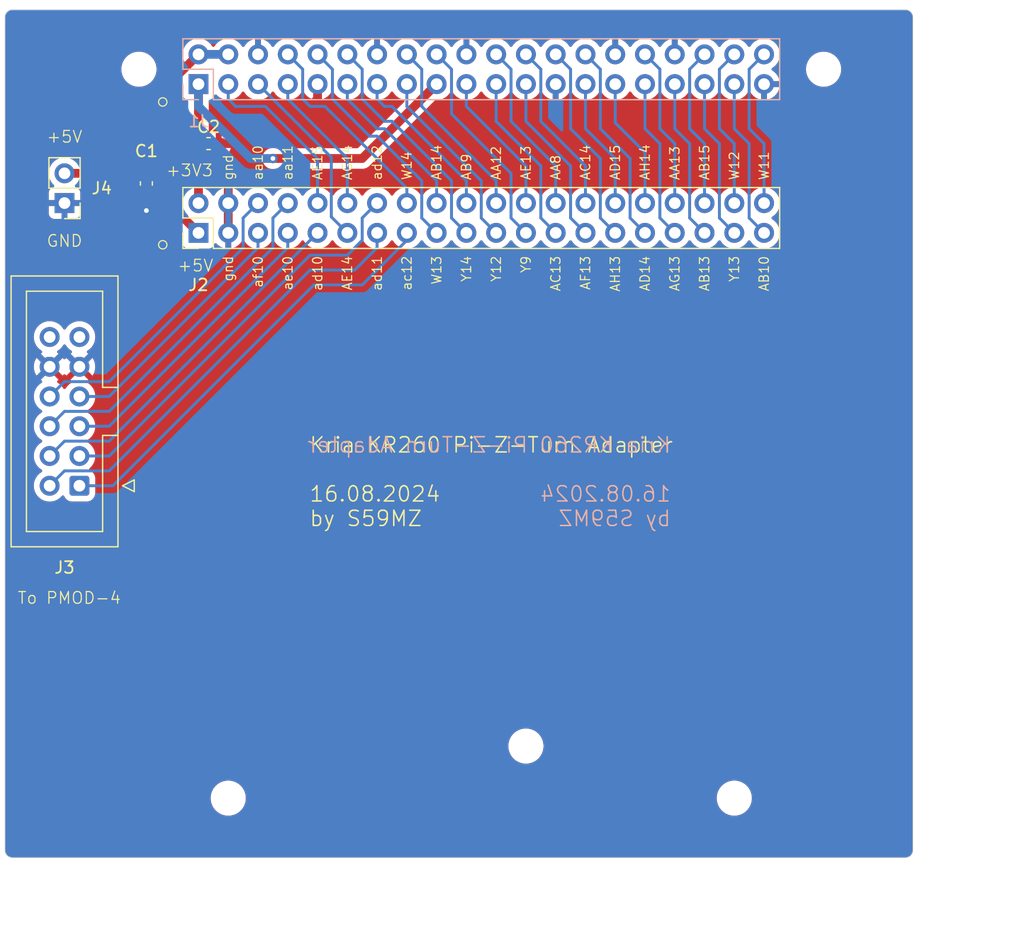
<source format=kicad_pcb>
(kicad_pcb (version 20221018) (generator pcbnew)
  (title_block (title "KRIA KR260 - Pi - Z - Turn Adapter") (date "2024-08-16") (rev "1.0") (company "S59MZ"))
  (layers (0 "F.Cu" signal) (31 "B.Cu" signal) (34 "B.Paste" user) (35 "F.Paste" user) (36 "B.SilkS" user "B.Silkscreen") (37 "F.SilkS" user "F.Silkscreen") (38 "B.Mask" user) (39 "F.Mask" user) (44 "Edge.Cuts" user))
  (net 0 "")
  (net 1 "+5V")
  (net 2 "GND")
  (net 3 "+3.3V")
  (net 4 "/ae15")
  (net 5 "/ae14")
  (net 6 "/ag14")
  (net 7 "/w14")
  (net 8 "/w13")
  (net 9 "/ab14")
  (net 10 "/y14")
  (net 11 "/ab9")
  (net 12 "/y12")
  (net 13 "/aa12")
  (net 14 "/y9")
  (net 15 "/ae13")
  (net 16 "/ac13")
  (net 17 "/aa8")
  (net 18 "/af13")
  (net 19 "/ac14")
  (net 20 "/ah13")
  (net 21 "/ad15")
  (net 22 "/ad14")
  (net 23 "/ah14")
  (net 24 "/ag13")
  (net 25 "/aa13")
  (net 26 "/ab13")
  (net 27 "/y13")
  (net 28 "/ab15")
  (net 29 "/ab10")
  (net 30 "/w12")
  (net 31 "/w11")
  (net 32 "/af10")
  (net 33 "/aa10")
  (net 34 "/ae10")
  (net 35 "/aa11")
  (net 36 "/ad12")
  (net 37 "/ad10")
  (net 38 "/ac12")
  (net 39 "/ad11")
  (footprint "Capacitor_SMD:C_0603_1608Metric_Pad1.08x0.95mm_HandSolder" (layer "F.Cu") (at 102.4625 55.88)
    (fp_text reference "C2" (at 0 -1.43) (layer "F.SilkS"))
    (fp_text value "100n")
    (fp_line (start -0.146267 -0.51) (end 0.146267 -0.51) (stroke (width 0.12)) (layer "F.SilkS"))
    (fp_line (start -0.146267 0.51) (end 0.146267 0.51) (stroke (width 0.12)) (layer "F.SilkS"))
    (pad "1" smd roundrect (at -0.8625 0) (size 1.075 0.95) (layers "F.Cu" "F.Paste" "F.Mask") (net 3 "+3.3V"))
    (pad "2" smd roundrect (at 0.8625 0) (size 1.075 0.95) (layers "F.Cu" "F.Paste" "F.Mask") (net 2 "GND"))
  )
  (footprint "MountingHole:MountingHole_2.5mm" (layer "F.Cu") (at 154.94 49.53)
    (fp_text reference "H2" hide)
    (fp_text value "2.5")
    (pad "" np_thru_hole circle (at 0 0) (size 2.5 2.5) (drill 2.5) (layers "*.Cu" "*.Mask"))
  )
  (footprint "MountingHole:MountingHole_2.5mm" (layer "F.Cu") (at 104.14 111.76)
    (fp_text reference "H3" hide)
    (fp_text value "2.5")
    (pad "" np_thru_hole circle (at 0 0) (size 2.5 2.5) (drill 2.5) (layers "*.Cu" "*.Mask"))
  )
  (footprint "MountingHole:MountingHole_2.5mm" (layer "F.Cu") (at 96.52 49.53)
    (fp_text reference "H1" hide)
    (fp_text value "2.5")
    (pad "" np_thru_hole circle (at 0 0) (size 2.5 2.5) (drill 2.5) (layers "*.Cu" "*.Mask"))
  )
  (footprint "Capacitor_SMD:C_0603_1608Metric_Pad1.08x0.95mm_HandSolder" (layer "F.Cu") (at 97.155 59.2825 -90)
    (fp_text reference "C1" (at -2.7675 0) (layer "F.SilkS"))
    (fp_text value "100n")
    (fp_line (start -0.146267 -0.51) (end 0.146267 -0.51) (stroke (width 0.12)) (layer "F.SilkS"))
    (fp_line (start -0.146267 0.51) (end 0.146267 0.51) (stroke (width 0.12)) (layer "F.SilkS"))
    (pad "1" smd roundrect (at -0.8625 0 270) (size 1.075 0.95) (layers "F.Cu" "F.Paste" "F.Mask") (net 1 "+5V"))
    (pad "2" smd roundrect (at 0.8625 0 270) (size 1.075 0.95) (layers "F.Cu" "F.Paste" "F.Mask") (net 2 "GND"))
  )
  (footprint "Connector_PinHeader_2.54mm:PinHeader_1x02_P2.54mm_Vertical" (layer "F.Cu") (at 90.17 60.955 180)
    (fp_text reference "J4" (at -3.175 1.265) (layer "F.SilkS"))
    (fp_text value "+5V")
    (fp_line (start -1.33 -1.33) (end 0 -1.33) (stroke (width 0.12)) (layer "F.SilkS"))
    (fp_line (start -1.33 0) (end -1.33 -1.33) (stroke (width 0.12)) (layer "F.SilkS"))
    (fp_line (start -1.33 1.27) (end -1.33 3.87) (stroke (width 0.12)) (layer "F.SilkS"))
    (fp_line (start -1.33 1.27) (end 1.33 1.27) (stroke (width 0.12)) (layer "F.SilkS"))
    (fp_line (start -1.33 3.87) (end 1.33 3.87) (stroke (width 0.12)) (layer "F.SilkS"))
    (fp_line (start 1.33 1.27) (end 1.33 3.87) (stroke (width 0.12)) (layer "F.SilkS"))
    (pad "1" thru_hole rect (at 0 0 180) (size 1.7 1.7) (drill 1) (layers "*.Cu" "*.Mask") (net 2 "GND"))
    (pad "2" thru_hole oval (at 0 2.54 180) (size 1.7 1.7) (drill 1) (layers "*.Cu" "*.Mask") (net 1 "+5V"))
  )
  (footprint "MountingHole:MountingHole_2.5mm" (layer "F.Cu") (at 147.32 111.76)
    (fp_text reference "H5" hide)
    (fp_text value "2.5")
    (pad "" np_thru_hole circle (at 0 0) (size 2.5 2.5) (drill 2.5) (layers "*.Cu" "*.Mask"))
  )
  (footprint "Connector_PinHeader_2.54mm:PinHeader_2x20_P2.54mm_Vertical" (layer "F.Cu") (at 101.6 63.5 90)
    (fp_text reference "J2" (at -4.445 0) (layer "F.SilkS"))
    (fp_text value "Z-Turn Extension")
    (fp_line (start -1.33 -1.33) (end 0 -1.33) (stroke (width 0.12)) (layer "F.SilkS"))
    (fp_line (start -1.33 0) (end -1.33 -1.33) (stroke (width 0.12)) (layer "F.SilkS"))
    (fp_line (start -1.33 1.27) (end -1.33 49.59) (stroke (width 0.12)) (layer "F.SilkS"))
    (fp_line (start -1.33 1.27) (end 1.27 1.27) (stroke (width 0.12)) (layer "F.SilkS"))
    (fp_line (start -1.33 49.59) (end 3.87 49.59) (stroke (width 0.12)) (layer "F.SilkS"))
    (fp_line (start 1.27 -1.33) (end 3.87 -1.33) (stroke (width 0.12)) (layer "F.SilkS"))
    (fp_line (start 1.27 1.27) (end 1.27 -1.33) (stroke (width 0.12)) (layer "F.SilkS"))
    (fp_line (start 3.87 -1.33) (end 3.87 49.59) (stroke (width 0.12)) (layer "F.SilkS"))
    (pad "1" thru_hole rect (at 0 0 90) (size 1.7 1.7) (drill 1) (layers "*.Cu" "*.Mask") (net 1 "+5V"))
    (pad "2" thru_hole oval (at 2.54 0 90) (size 1.7 1.7) (drill 1) (layers "*.Cu" "*.Mask") (net 3 "+3.3V"))
    (pad "3" thru_hole oval (at 0 2.54 90) (size 1.7 1.7) (drill 1) (layers "*.Cu" "*.Mask") (net 2 "GND"))
    (pad "4" thru_hole oval (at 2.54 2.54 90) (size 1.7 1.7) (drill 1) (layers "*.Cu" "*.Mask") (net 2 "GND"))
    (pad "5" thru_hole oval (at 0 5.08 90) (size 1.7 1.7) (drill 1) (layers "*.Cu" "*.Mask") (net 32 "/af10"))
    (pad "6" thru_hole oval (at 2.54 5.08 90) (size 1.7 1.7) (drill 1) (layers "*.Cu" "*.Mask") (net 33 "/aa10"))
    (pad "7" thru_hole oval (at 0 7.62 90) (size 1.7 1.7) (drill 1) (layers "*.Cu" "*.Mask") (net 34 "/ae10"))
    (pad "8" thru_hole oval (at 2.54 7.62 90) (size 1.7 1.7) (drill 1) (layers "*.Cu" "*.Mask") (net 35 "/aa11"))
    (pad "9" thru_hole oval (at 0 10.16 90) (size 1.7 1.7) (drill 1) (layers "*.Cu" "*.Mask") (net 37 "/ad10"))
    (pad "10" thru_hole oval (at 2.54 10.16 90) (size 1.7 1.7) (drill 1) (layers "*.Cu" "*.Mask") (net 4 "/ae15"))
    (pad "11" thru_hole oval (at 0 12.7 90) (size 1.7 1.7) (drill 1) (layers "*.Cu" "*.Mask") (net 5 "/ae14"))
    (pad "12" thru_hole oval (at 2.54 12.7 90) (size 1.7 1.7) (drill 1) (layers "*.Cu" "*.Mask") (net 6 "/ag14"))
    (pad "13" thru_hole oval (at 0 15.24 90) (size 1.7 1.7) (drill 1) (layers "*.Cu" "*.Mask") (net 39 "/ad11"))
    (pad "14" thru_hole oval (at 2.54 15.24 90) (size 1.7 1.7) (drill 1) (layers "*.Cu" "*.Mask") (net 36 "/ad12"))
    (pad "15" thru_hole oval (at 0 17.78 90) (size 1.7 1.7) (drill 1) (layers "*.Cu" "*.Mask") (net 38 "/ac12"))
    (pad "16" thru_hole oval (at 2.54 17.78 90) (size 1.7 1.7) (drill 1) (layers "*.Cu" "*.Mask") (net 7 "/w14"))
    (pad "17" thru_hole oval (at 0 20.32 90) (size 1.7 1.7) (drill 1) (layers "*.Cu" "*.Mask") (net 8 "/w13"))
    (pad "18" thru_hole oval (at 2.54 20.32 90) (size 1.7 1.7) (drill 1) (layers "*.Cu" "*.Mask") (net 9 "/ab14"))
    (pad "19" thru_hole oval (at 0 22.86 90) (size 1.7 1.7) (drill 1) (layers "*.Cu" "*.Mask") (net 10 "/y14"))
    (pad "20" thru_hole oval (at 2.54 22.86 90) (size 1.7 1.7) (drill 1) (layers "*.Cu" "*.Mask") (net 11 "/ab9"))
    (pad "21" thru_hole oval (at 0 25.4 90) (size 1.7 1.7) (drill 1) (layers "*.Cu" "*.Mask") (net 12 "/y12"))
    (pad "22" thru_hole oval (at 2.54 25.4 90) (size 1.7 1.7) (drill 1) (layers "*.Cu" "*.Mask") (net 13 "/aa12"))
    (pad "23" thru_hole oval (at 0 27.94 90) (size 1.7 1.7) (drill 1) (layers "*.Cu" "*.Mask") (net 14 "/y9"))
    (pad "24" thru_hole oval (at 2.54 27.94 90) (size 1.7 1.7) (drill 1) (layers "*.Cu" "*.Mask") (net 15 "/ae13"))
    (pad "25" thru_hole oval (at 0 30.48 90) (size 1.7 1.7) (drill 1) (layers "*.Cu" "*.Mask") (net 16 "/ac13"))
    (pad "26" thru_hole oval (at 2.54 30.48 90) (size 1.7 1.7) (drill 1) (layers "*.Cu" "*.Mask") (net 17 "/aa8"))
    (pad "27" thru_hole oval (at 0 33.02 90) (size 1.7 1.7) (drill 1) (layers "*.Cu" "*.Mask") (net 18 "/af13"))
    (pad "28" thru_hole oval (at 2.54 33.02 90) (size 1.7 1.7) (drill 1) (layers "*.Cu" "*.Mask") (net 19 "/ac14"))
    (pad "29" thru_hole oval (at 0 35.56 90) (size 1.7 1.7) (drill 1) (layers "*.Cu" "*.Mask") (net 20 "/ah13"))
    (pad "30" thru_hole oval (at 2.54 35.56 90) (size 1.7 1.7) (drill 1) (layers "*.Cu" "*.Mask") (net 21 "/ad15"))
    (pad "31" thru_hole oval (at 0 38.1 90) (size 1.7 1.7) (drill 1) (layers "*.Cu" "*.Mask") (net 22 "/ad14"))
    (pad "32" thru_hole oval (at 2.54 38.1 90) (size 1.7 1.7) (drill 1) (layers "*.Cu" "*.Mask") (net 23 "/ah14"))
    (pad "33" thru_hole oval (at 0 40.64 90) (size 1.7 1.7) (drill 1) (layers "*.Cu" "*.Mask") (net 24 "/ag13"))
    (pad "34" thru_hole oval (at 2.54 40.64 90) (size 1.7 1.7) (drill 1) (layers "*.Cu" "*.Mask") (net 25 "/aa13"))
    (pad "35" thru_hole oval (at 0 43.18 90) (size 1.7 1.7) (drill 1) (layers "*.Cu" "*.Mask") (net 26 "/ab13"))
    (pad "36" thru_hole oval (at 2.54 43.18 90) (size 1.7 1.7) (drill 1) (layers "*.Cu" "*.Mask") (net 28 "/ab15"))
    (pad "37" thru_hole oval (at 0 45.72 90) (size 1.7 1.7) (drill 1) (layers "*.Cu" "*.Mask") (net 27 "/y13"))
    (pad "38" thru_hole oval (at 2.54 45.72 90) (size 1.7 1.7) (drill 1) (layers "*.Cu" "*.Mask") (net 30 "/w12"))
    (pad "39" thru_hole oval (at 0 48.26 90) (size 1.7 1.7) (drill 1) (layers "*.Cu" "*.Mask") (net 29 "/ab10"))
    (pad "40" thru_hole oval (at 2.54 48.26 90) (size 1.7 1.7) (drill 1) (layers "*.Cu" "*.Mask") (net 31 "/w11"))
  )
  (footprint "MountingHole:MountingHole_2.5mm" (layer "F.Cu") (at 129.54 107.315)
    (fp_text reference "H4" hide)
    (fp_text value "2.5")
    (pad "" np_thru_hole circle (at 0 0) (size 2.5 2.5) (drill 2.5) (layers "*.Cu" "*.Mask"))
  )
  (footprint "Connector_IDC:IDC-Header_2x06_P2.54mm_Vertical" (layer "F.Cu") (at 91.44 85.09 180)
    (fp_text reference "J3" (at 1.27 -6.985 180) (layer "F.SilkS"))
    (fp_text value "pmod-4 input")
    (fp_line (start -4.68 -0.5) (end -4.68 0.5) (stroke (width 0.12)) (layer "F.SilkS"))
    (fp_line (start -4.68 0.5) (end -3.68 0) (stroke (width 0.12)) (layer "F.SilkS"))
    (fp_line (start -3.68 0) (end -4.68 -0.5) (stroke (width 0.12)) (layer "F.SilkS"))
    (fp_line (start -3.29 -5.21) (end 5.83 -5.21) (stroke (width 0.12)) (layer "F.SilkS"))
    (fp_line (start -3.29 4.3) (end -1.98 4.3) (stroke (width 0.12)) (layer "F.SilkS"))
    (fp_line (start -3.29 17.91) (end -3.29 -5.21) (stroke (width 0.12)) (layer "F.SilkS"))
    (fp_line (start -1.98 -3.91) (end 4.52 -3.91) (stroke (width 0.12)) (layer "F.SilkS"))
    (fp_line (start -1.98 4.3) (end -1.98 -3.91) (stroke (width 0.12)) (layer "F.SilkS"))
    (fp_line (start -1.98 8.4) (end -3.29 8.4) (stroke (width 0.12)) (layer "F.SilkS"))
    (fp_line (start -1.98 8.4) (end -1.98 8.4) (stroke (width 0.12)) (layer "F.SilkS"))
    (fp_line (start -1.98 16.61) (end -1.98 8.4) (stroke (width 0.12)) (layer "F.SilkS"))
    (fp_line (start 4.52 -3.91) (end 4.52 16.61) (stroke (width 0.12)) (layer "F.SilkS"))
    (fp_line (start 4.52 16.61) (end -1.98 16.61) (stroke (width 0.12)) (layer "F.SilkS"))
    (fp_line (start 5.83 -5.21) (end 5.83 17.91) (stroke (width 0.12)) (layer "F.SilkS"))
    (fp_line (start 5.83 17.91) (end -3.29 17.91) (stroke (width 0.12)) (layer "F.SilkS"))
    (pad "1" thru_hole roundrect (at 0 0 180) (size 1.7 1.7) (drill 1) (layers "*.Cu" "*.Mask") (roundrect_rratio 0.1470588235) (net 38 "/ac12"))
    (pad "2" thru_hole circle (at 2.54 0 180) (size 1.7 1.7) (drill 1) (layers "*.Cu" "*.Mask") (net 39 "/ad11"))
    (pad "3" thru_hole circle (at 0 2.54 180) (size 1.7 1.7) (drill 1) (layers "*.Cu" "*.Mask") (net 36 "/ad12"))
    (pad "4" thru_hole circle (at 2.54 2.54 180) (size 1.7 1.7) (drill 1) (layers "*.Cu" "*.Mask") (net 37 "/ad10"))
    (pad "5" thru_hole circle (at 0 5.08 180) (size 1.7 1.7) (drill 1) (layers "*.Cu" "*.Mask") (net 34 "/ae10"))
    (pad "6" thru_hole circle (at 2.54 5.08 180) (size 1.7 1.7) (drill 1) (layers "*.Cu" "*.Mask") (net 35 "/aa11"))
    (pad "7" thru_hole circle (at 0 7.62 180) (size 1.7 1.7) (drill 1) (layers "*.Cu" "*.Mask") (net 32 "/af10"))
    (pad "8" thru_hole circle (at 2.54 7.62 180) (size 1.7 1.7) (drill 1) (layers "*.Cu" "*.Mask") (net 33 "/aa10"))
    (pad "9" thru_hole circle (at 0 10.16 180) (size 1.7 1.7) (drill 1) (layers "*.Cu" "*.Mask") (net 2 "GND"))
    (pad "10" thru_hole circle (at 2.54 10.16 180) (size 1.7 1.7) (drill 1) (layers "*.Cu" "*.Mask") (net 2 "GND"))
    (pad "11" thru_hole circle (at 0 12.7 180) (size 1.7 1.7) (drill 1) (layers "*.Cu" "*.Mask"))
    (pad "12" thru_hole circle (at 2.54 12.7 180) (size 1.7 1.7) (drill 1) (layers "*.Cu" "*.Mask"))
  )
  (footprint "Connector_PinSocket_2.54mm:PinSocket_2x20_P2.54mm_Vertical" (layer "B.Cu") (at 101.6 50.8 -90)
    (fp_text reference "J1" (at 3.175 0) (layer "B.SilkS") (effects (justify mirror)))
    (fp_text value "Pi-4 Extension")
    (fp_line (start -3.87 -49.59) (end 1.33 -49.59) (stroke (width 0.12)) (layer "B.SilkS"))
    (fp_line (start -3.87 1.33) (end -3.87 -49.59) (stroke (width 0.12)) (layer "B.SilkS"))
    (fp_line (start -3.87 1.33) (end -1.27 1.33) (stroke (width 0.12)) (layer "B.SilkS"))
    (fp_line (start -1.27 -1.27) (end 1.33 -1.27) (stroke (width 0.12)) (layer "B.SilkS"))
    (fp_line (start -1.27 1.33) (end -1.27 -1.27) (stroke (width 0.12)) (layer "B.SilkS"))
    (fp_line (start 0 1.33) (end 1.33 1.33) (stroke (width 0.12)) (layer "B.SilkS"))
    (fp_line (start 1.33 -1.27) (end 1.33 -49.59) (stroke (width 0.12)) (layer "B.SilkS"))
    (fp_line (start 1.33 1.33) (end 1.33 0) (stroke (width 0.12)) (layer "B.SilkS"))
    (pad "1" thru_hole rect (at 0 0 270) (size 1.7 1.7) (drill 1) (layers "*.Cu" "*.Mask") (net 3 "+3.3V"))
    (pad "2" thru_hole oval (at -2.54 0 270) (size 1.7 1.7) (drill 1) (layers "*.Cu" "*.Mask") (net 1 "+5V"))
    (pad "3" thru_hole oval (at 0 -2.54 270) (size 1.7 1.7) (drill 1) (layers "*.Cu" "*.Mask") (net 4 "/ae15"))
    (pad "4" thru_hole oval (at -2.54 -2.54 270) (size 1.7 1.7) (drill 1) (layers "*.Cu" "*.Mask") (net 1 "+5V"))
    (pad "5" thru_hole oval (at 0 -5.08 270) (size 1.7 1.7) (drill 1) (layers "*.Cu" "*.Mask") (net 5 "/ae14"))
    (pad "6" thru_hole oval (at -2.54 -5.08 270) (size 1.7 1.7) (drill 1) (layers "*.Cu" "*.Mask") (net 2 "GND"))
    (pad "7" thru_hole oval (at 0 -7.62 270) (size 1.7 1.7) (drill 1) (layers "*.Cu" "*.Mask") (net 6 "/ag14"))
    (pad "8" thru_hole oval (at -2.54 -7.62 270) (size 1.7 1.7) (drill 1) (layers "*.Cu" "*.Mask") (net 7 "/w14"))
    (pad "9" thru_hole oval (at 0 -10.16 270) (size 1.7 1.7) (drill 1) (layers "*.Cu" "*.Mask") (net 2 "GND"))
    (pad "10" thru_hole oval (at -2.54 -10.16 270) (size 1.7 1.7) (drill 1) (layers "*.Cu" "*.Mask") (net 8 "/w13"))
    (pad "11" thru_hole oval (at 0 -12.7 270) (size 1.7 1.7) (drill 1) (layers "*.Cu" "*.Mask") (net 9 "/ab14"))
    (pad "12" thru_hole oval (at -2.54 -12.7 270) (size 1.7 1.7) (drill 1) (layers "*.Cu" "*.Mask") (net 10 "/y14"))
    (pad "13" thru_hole oval (at 0 -15.24 270) (size 1.7 1.7) (drill 1) (layers "*.Cu" "*.Mask") (net 11 "/ab9"))
    (pad "14" thru_hole oval (at -2.54 -15.24 270) (size 1.7 1.7) (drill 1) (layers "*.Cu" "*.Mask") (net 2 "GND"))
    (pad "15" thru_hole oval (at 0 -17.78 270) (size 1.7 1.7) (drill 1) (layers "*.Cu" "*.Mask") (net 12 "/y12"))
    (pad "16" thru_hole oval (at -2.54 -17.78 270) (size 1.7 1.7) (drill 1) (layers "*.Cu" "*.Mask") (net 13 "/aa12"))
    (pad "17" thru_hole oval (at 0 -20.32 270) (size 1.7 1.7) (drill 1) (layers "*.Cu" "*.Mask") (net 3 "+3.3V"))
    (pad "18" thru_hole oval (at -2.54 -20.32 270) (size 1.7 1.7) (drill 1) (layers "*.Cu" "*.Mask") (net 14 "/y9"))
    (pad "19" thru_hole oval (at 0 -22.86 270) (size 1.7 1.7) (drill 1) (layers "*.Cu" "*.Mask") (net 15 "/ae13"))
    (pad "20" thru_hole oval (at -2.54 -22.86 270) (size 1.7 1.7) (drill 1) (layers "*.Cu" "*.Mask") (net 2 "GND"))
    (pad "21" thru_hole oval (at 0 -25.4 270) (size 1.7 1.7) (drill 1) (layers "*.Cu" "*.Mask") (net 16 "/ac13"))
    (pad "22" thru_hole oval (at -2.54 -25.4 270) (size 1.7 1.7) (drill 1) (layers "*.Cu" "*.Mask") (net 17 "/aa8"))
    (pad "23" thru_hole oval (at 0 -27.94 270) (size 1.7 1.7) (drill 1) (layers "*.Cu" "*.Mask") (net 18 "/af13"))
    (pad "24" thru_hole oval (at -2.54 -27.94 270) (size 1.7 1.7) (drill 1) (layers "*.Cu" "*.Mask") (net 19 "/ac14"))
    (pad "25" thru_hole oval (at 0 -30.48 270) (size 1.7 1.7) (drill 1) (layers "*.Cu" "*.Mask") (net 2 "GND"))
    (pad "26" thru_hole oval (at -2.54 -30.48 270) (size 1.7 1.7) (drill 1) (layers "*.Cu" "*.Mask") (net 20 "/ah13"))
    (pad "27" thru_hole oval (at 0 -33.02 270) (size 1.7 1.7) (drill 1) (layers "*.Cu" "*.Mask") (net 21 "/ad15"))
    (pad "28" thru_hole oval (at -2.54 -33.02 270) (size 1.7 1.7) (drill 1) (layers "*.Cu" "*.Mask") (net 22 "/ad14"))
    (pad "29" thru_hole oval (at 0 -35.56 270) (size 1.7 1.7) (drill 1) (layers "*.Cu" "*.Mask") (net 23 "/ah14"))
    (pad "30" thru_hole oval (at -2.54 -35.56 270) (size 1.7 1.7) (drill 1) (layers "*.Cu" "*.Mask") (net 2 "GND"))
    (pad "31" thru_hole oval (at 0 -38.1 270) (size 1.7 1.7) (drill 1) (layers "*.Cu" "*.Mask") (net 24 "/ag13"))
    (pad "32" thru_hole oval (at -2.54 -38.1 270) (size 1.7 1.7) (drill 1) (layers "*.Cu" "*.Mask") (net 25 "/aa13"))
    (pad "33" thru_hole oval (at 0 -40.64 270) (size 1.7 1.7) (drill 1) (layers "*.Cu" "*.Mask") (net 26 "/ab13"))
    (pad "34" thru_hole oval (at -2.54 -40.64 270) (size 1.7 1.7) (drill 1) (layers "*.Cu" "*.Mask") (net 2 "GND"))
    (pad "35" thru_hole oval (at 0 -43.18 270) (size 1.7 1.7) (drill 1) (layers "*.Cu" "*.Mask") (net 27 "/y13"))
    (pad "36" thru_hole oval (at -2.54 -43.18 270) (size 1.7 1.7) (drill 1) (layers "*.Cu" "*.Mask") (net 28 "/ab15"))
    (pad "37" thru_hole oval (at 0 -45.72 270) (size 1.7 1.7) (drill 1) (layers "*.Cu" "*.Mask") (net 29 "/ab10"))
    (pad "38" thru_hole oval (at -2.54 -45.72 270) (size 1.7 1.7) (drill 1) (layers "*.Cu" "*.Mask") (net 30 "/w12"))
    (pad "39" thru_hole oval (at 0 -48.26 270) (size 1.7 1.7) (drill 1) (layers "*.Cu" "*.Mask") (net 2 "GND"))
    (pad "40" thru_hole oval (at -2.54 -48.26 270) (size 1.7 1.7) (drill 1) (layers "*.Cu" "*.Mask") (net 31 "/w11"))
  )
  (gr_circle (center 98.552 64.516) (end 98.91121 64.516) (stroke (width 0.1)) (fill none) (layer "F.SilkS"))
  (gr_circle (center 98.552 52.324) (end 98.91121 52.324) (stroke (width 0.1)) (fill none) (layer "F.SilkS"))
  (gr_arc (start 162.56 116.205) (mid 162.374013 116.654013) (end 161.925 116.84) (stroke (width 0.05)) (layer "Edge.Cuts"))
  (gr_line (start 161.925 116.84) (end 85.725 116.84) (stroke (width 0.05)) (layer "Edge.Cuts"))
  (gr_arc (start 85.09 45.085) (mid 85.275987 44.635987) (end 85.725 44.45) (stroke (width 0.05)) (layer "Edge.Cuts"))
  (gr_arc (start 85.725 116.84) (mid 85.275987 116.654013) (end 85.09 116.205) (stroke (width 0.05)) (layer "Edge.Cuts"))
  (gr_line (start 85.725 44.45) (end 161.925 44.45) (stroke (width 0.05)) (layer "Edge.Cuts"))
  (gr_arc (start 161.925 44.45) (mid 162.374013 44.635987) (end 162.56 45.085) (stroke (width 0.05)) (layer "Edge.Cuts"))
  (gr_line (start 85.09 116.205) (end 85.09 45.085) (stroke (width 0.05)) (layer "Edge.Cuts"))
  (gr_line (start 162.56 45.085) (end 162.56 116.205) (stroke (width 0.05)) (layer "Edge.Cuts"))
  (gr_text "Kria KR260 Pi-Z-Turn Adapter\n\n16.08.2024\nby S59MZ" (at 141.986 88.646) (layer "B.SilkS") (effects (font (size 1.3 1.3) (thickness 0.13)) (justify left bottom mirror)))
  (gr_text "af10" (at 106.68 65.405 90) (layer "F.SilkS") (effects (font (size 0.8 0.8) (thickness 0.1)) (justify right)))
  (gr_text "AE14" (at 114.3 65.405 90) (layer "F.SilkS") (effects (font (size 0.8 0.8) (thickness 0.1)) (justify right)))
  (gr_text "AE13" (at 129.54 59.055 90) (layer "F.SilkS") (effects (font (size 0.8 0.8) (thickness 0.1)) (justify left)))
  (gr_text "AA8" (at 132.08 59.055 90) (layer "F.SilkS") (effects (font (size 0.8 0.8) (thickness 0.1)) (justify left)))
  (gr_text "gnd" (at 104.14 59.055 90) (layer "F.SilkS") (effects (font (size 0.8 0.8) (thickness 0.1)) (justify left)))
  (gr_text "+5V" (at 101.346 66.294) (layer "F.SilkS") (effects (font (size 1 1) (thickness 0.1))))
  (gr_text "AB9" (at 124.46 59.055 90) (layer "F.SilkS") (effects (font (size 0.8 0.8) (thickness 0.1)) (justify left)))
  (gr_text "AB15" (at 144.78 59.055 90) (layer "F.SilkS") (effects (font (size 0.8 0.8) (thickness 0.1)) (justify left)))
  (gr_text "ad11" (at 116.84 65.405 90) (layer "F.SilkS") (effects (font (size 0.8 0.8) (thickness 0.1)) (justify right)))
  (gr_text "AF13" (at 134.62 65.405 90) (layer "F.SilkS") (effects (font (size 0.8 0.8) (thickness 0.1)) (justify right)))
  (gr_text "W13" (at 121.92 65.405 90) (layer "F.SilkS") (effects (font (size 0.8 0.8) (thickness 0.1)) (justify right)))
  (gr_text "ae10" (at 109.22 65.405 90) (layer "F.SilkS") (effects (font (size 0.8 0.8) (thickness 0.1)) (justify right)))
  (gr_text "Kria KR260 Pi-Z-Turn Adapter\n\n16.08.2024\nby S59MZ" (at 110.998 88.646) (layer "F.SilkS") (effects (font (size 1.3 1.3) (thickness 0.13)) (justify left bottom)))
  (gr_text "GND" (at 90.17 64.77) (layer "F.SilkS") (effects (font (size 1 1) (thickness 0.1)) (justify bottom)))
  (gr_text "gnd" (at 104.14 65.405 90) (layer "F.SilkS") (effects (font (size 0.8 0.8) (thickness 0.1)) (justify right)))
  (gr_text "W14" (at 119.38 59.055 90) (layer "F.SilkS") (effects (font (size 0.8 0.8) (thickness 0.1)) (justify left)))
  (gr_text "AG14" (at 114.3 59.055 90) (layer "F.SilkS") (effects (font (size 0.8 0.8) (thickness 0.1)) (justify left)))
  (gr_text "ad12" (at 116.84 59.055 90) (layer "F.SilkS") (effects (font (size 0.8 0.8) (thickness 0.1)) (justify left)))
  (gr_text "Y12" (at 127 65.405 90) (layer "F.SilkS") (effects (font (size 0.8 0.8) (thickness 0.1)) (justify right)))
  (gr_text "AD15" (at 137.16 59.055 90) (layer "F.SilkS") (effects (font (size 0.8 0.8) (thickness 0.1)) (justify left)))
  (gr_text "AG13" (at 142.24 65.405 90) (layer "F.SilkS") (effects (font (size 0.8 0.8) (thickness 0.1)) (justify right)))
  (gr_text "AE15" (at 111.76 59.055 90) (layer "F.SilkS") (effects (font (size 0.8 0.8) (thickness 0.1)) (justify left)))
  (gr_text "W12" (at 147.32 59.055 90) (layer "F.SilkS") (effects (font (size 0.8 0.8) (thickness 0.1)) (justify left)))
  (gr_text "W11" (at 149.86 59.055 90) (layer "F.SilkS") (effects (font (size 0.8 0.8) (thickness 0.1)) (justify left)))
  (gr_text "To PMOD-4" (at 86.106 95.25) (layer "F.SilkS") (effects (font (size 1 1) (thickness 0.1)) (justify left bottom)))
  (gr_text "Y13" (at 147.32 65.405 90) (layer "F.SilkS") (effects (font (size 0.8 0.8) (thickness 0.1)) (justify right)))
  (gr_text "AH14" (at 139.7 59.055 90) (layer "F.SilkS") (effects (font (size 0.8 0.8) (thickness 0.1)) (justify left)))
  (gr_text "Y14" (at 124.46 65.405 90) (layer "F.SilkS") (effects (font (size 0.8 0.8) (thickness 0.1)) (justify right)))
  (gr_text "AB10" (at 149.86 65.405 90) (layer "F.SilkS") (effects (font (size 0.8 0.8) (thickness 0.1)) (justify right)))
  (gr_text "+5V" (at 90.17 55.88) (layer "F.SilkS") (effects (font (size 1 1) (thickness 0.1)) (justify bottom)))
  (gr_text "AA12" (at 127 59.055 90) (layer "F.SilkS") (effects (font (size 0.8 0.8) (thickness 0.1)) (justify left)))
  (gr_text "AC14" (at 134.62 59.055 90) (layer "F.SilkS") (effects (font (size 0.8 0.8) (thickness 0.1)) (justify left)))
  (gr_text "Y9" (at 129.54 65.405 90) (layer "F.SilkS") (effects (font (size 0.8 0.8) (thickness 0.1)) (justify right)))
  (gr_text "AC13" (at 132.08 65.405 90) (layer "F.SilkS") (effects (font (size 0.8 0.8) (thickness 0.1)) (justify right)))
  (gr_text "+3V3" (at 100.838 58.166) (layer "F.SilkS") (effects (font (size 1 1) (thickness 0.1))))
  (gr_text "aa11" (at 109.22 59.055 90) (layer "F.SilkS") (effects (font (size 0.8 0.8) (thickness 0.1)) (justify left)))
  (gr_text "ac12" (at 119.38 65.405 90) (layer "F.SilkS") (effects (font (size 0.8 0.8) (thickness 0.1)) (justify right)))
  (gr_text "AA13" (at 142.24 59.055 90) (layer "F.SilkS") (effects (font (size 0.8 0.8) (thickness 0.1)) (justify left)))
  (gr_text "AB14" (at 121.92 59.055 90) (layer "F.SilkS") (effects (font (size 0.8 0.8) (thickness 0.1)) (justify left)))
  (gr_text "ad10" (at 111.76 65.405 90) (layer "F.SilkS") (effects (font (size 0.8 0.8) (thickness 0.1)) (justify right)))
  (gr_text "aa10" (at 106.68 59.055 90) (layer "F.SilkS") (effects (font (size 0.8 0.8) (thickness 0.1)) (justify left)))
  (gr_text "AD14" (at 139.7 65.405 90) (layer "F.SilkS") (effects (font (size 0.8 0.8) (thickness 0.1)) (justify right)))
  (gr_text "AB13" (at 144.78 65.405 90) (layer "F.SilkS") (effects (font (size 0.8 0.8) (thickness 0.1)) (justify right)))
  (gr_text "AH13" (at 137.16 65.405 90) (layer "F.SilkS") (effects (font (size 0.8 0.8) (thickness 0.1)) (justify right)))
  (segment (start 99.695 61.595) (end 99.695 59.055) (width 0.75) (layer "F.Cu") (net 1))
  (segment (start 99.695 52.07) (end 97.155 54.61) (width 0.75) (layer "F.Cu") (net 1))
  (segment (start 99.06 58.42) (end 97.155 58.42) (width 0.75) (layer "F.Cu") (net 1))
  (segment (start 97.15 58.415) (end 97.155 58.42) (width 0.75) (layer "F.Cu") (net 1))
  (segment (start 90.17 58.415) (end 97.15 58.415) (width 0.75) (layer "F.Cu") (net 1))
  (segment (start 101.6 63.5) (end 99.695 61.595) (width 0.75) (layer "F.Cu") (net 1))
  (segment (start 99.695 59.055) (end 99.06 58.42) (width 0.75) (layer "F.Cu") (net 1))
  (segment (start 97.155 54.61) (end 97.155 58.42) (width 0.75) (layer "F.Cu") (net 1))
  (segment (start 99.695 50.165) (end 99.695 52.07) (width 0.75) (layer "F.Cu") (net 1))
  (segment (start 101.6 48.26) (end 99.695 50.165) (width 0.75) (layer "F.Cu") (net 1))
  (segment (start 101.6 48.26) (end 104.14 48.26) (width 0.75) (layer "B.Cu") (net 1))
  (segment (start 103.325 55.88) (end 103.325 57.605) (width 0.75) (layer "F.Cu") (net 2))
  (segment (start 104.14 60.96) (end 104.14 63.5) (width 0.75) (layer "F.Cu") (net 2))
  (segment (start 103.325 57.605) (end 104.14 58.42) (width 0.75) (layer "F.Cu") (net 2))
  (segment (start 111.76 50.8) (end 111.76 52.07) (width 0.75) (layer "F.Cu") (net 2))
  (segment (start 107.95 55.88) (end 103.325 55.88) (width 0.75) (layer "F.Cu") (net 2))
  (segment (start 104.14 58.42) (end 104.14 60.96) (width 0.75) (layer "F.Cu") (net 2))
  (segment (start 111.76 52.07) (end 107.95 55.88) (width 0.75) (layer "F.Cu") (net 2))
  (via (at 97.155 61.595) (size 0.8) (drill 0.4) (layers "F.Cu" "B.Cu") (net 2))
  (segment (start 101.6 50.8) (end 101.6 55.88) (width 0.75) (layer "F.Cu") (net 3))
  (segment (start 107.95 57.15) (end 115.57 57.15) (width 0.75) (layer "F.Cu") (net 3))
  (segment (start 101.6 60.96) (end 101.6 55.88) (width 0.75) (layer "F.Cu") (net 3))
  (segment (start 115.57 57.15) (end 121.92 50.8) (width 0.75) (layer "F.Cu") (net 3))
  (via (at 107.95 57.15) (size 0.8) (drill 0.4) (layers "F.Cu" "B.Cu") (net 3))
  (segment (start 106.045 57.15) (end 101.6 52.705) (width 0.75) (layer "B.Cu") (net 3))
  (segment (start 101.6 52.705) (end 101.6 50.8) (width 0.75) (layer "B.Cu") (net 3))
  (segment (start 107.95 57.15) (end 106.045 57.15) (width 0.75) (layer "B.Cu") (net 3))
  (segment (start 104.775 52.705) (end 107.315 52.705) (width 0.25) (layer "B.Cu") (net 4))
  (segment (start 111.76 57.15) (end 111.76 60.96) (width 0.25) (layer "B.Cu") (net 4))
  (segment (start 107.315 52.705) (end 111.76 57.15) (width 0.25) (layer "B.Cu") (net 4))
  (segment (start 104.14 50.8) (end 104.14 52.07) (width 0.25) (layer "B.Cu") (net 4))
  (segment (start 104.14 52.07) (end 104.775 52.705) (width 0.25) (layer "B.Cu") (net 4))
  (segment (start 114.3 63.5) (end 112.935 62.135) (width 0.25) (layer "B.Cu") (net 5))
  (segment (start 112.935 57.055) (end 106.68 50.8) (width 0.25) (layer "B.Cu") (net 5))
  (segment (start 112.935 62.135) (end 112.935 57.055) (width 0.25) (layer "B.Cu") (net 5))
  (segment (start 114.3 57.15) (end 109.855 52.705) (width 0.25) (layer "B.Cu") (net 6))
  (segment (start 109.855 52.705) (end 109.22 52.07) (width 0.25) (layer "B.Cu") (net 6))
  (segment (start 114.3 60.96) (end 114.3 57.15) (width 0.25) (layer "B.Cu") (net 6))
  (segment (start 109.22 52.07) (end 109.22 50.8) (width 0.25) (layer "B.Cu") (net 6))
  (segment (start 110.49 49.53) (end 110.49 52.07) (width 0.25) (layer "B.Cu") (net 7))
  (segment (start 109.22 48.26) (end 110.49 49.53) (width 0.25) (layer "B.Cu") (net 7))
  (segment (start 111.125 52.705) (end 112.395 52.705) (width 0.25) (layer "B.Cu") (net 7))
  (segment (start 119.38 59.69) (end 119.38 60.96) (width 0.25) (layer "B.Cu") (net 7))
  (segment (start 112.395 52.705) (end 119.38 59.69) (width 0.25) (layer "B.Cu") (net 7))
  (segment (start 110.49 52.07) (end 111.125 52.705) (width 0.25) (layer "B.Cu") (net 7))
  (segment (start 120.65 62.23) (end 120.65 59.055) (width 0.25) (layer "B.Cu") (net 8))
  (segment (start 113.03 52.071396) (end 113.03 49.53) (width 0.25) (layer "B.Cu") (net 8))
  (segment (start 121.92 63.5) (end 120.65 62.23) (width 0.25) (layer "B.Cu") (net 8))
  (segment (start 116.203604 55.245) (end 113.03 52.071396) (width 0.25) (layer "B.Cu") (net 8))
  (segment (start 120.65 59.055) (end 116.84 55.245) (width 0.25) (layer "B.Cu") (net 8))
  (segment (start 113.03 49.53) (end 111.76 48.26) (width 0.25) (layer "B.Cu") (net 8))
  (segment (start 116.84 55.245) (end 116.203604 55.245) (width 0.25) (layer "B.Cu") (net 8))
  (segment (start 114.3 50.8) (end 114.3 52.07) (width 0.25) (layer "B.Cu") (net 9))
  (segment (start 114.3 52.07) (end 116.84 54.61) (width 0.25) (layer "B.Cu") (net 9))
  (segment (start 121.92 59.055) (end 121.92 60.96) (width 0.25) (layer "B.Cu") (net 9))
  (segment (start 116.84 54.61) (end 117.475 54.61) (width 0.25) (layer "B.Cu") (net 9))
  (segment (start 117.475 54.61) (end 121.92 59.055) (width 0.25) (layer "B.Cu") (net 9))
  (segment (start 123.19 62.23) (end 123.19 59.055) (width 0.25) (layer "B.Cu") (net 10))
  (segment (start 123.19 59.055) (end 118.11 53.975) (width 0.25) (layer "B.Cu") (net 10))
  (segment (start 117.475 53.975) (end 115.57 52.07) (width 0.25) (layer "B.Cu") (net 10))
  (segment (start 115.57 49.53) (end 114.3 48.26) (width 0.25) (layer "B.Cu") (net 10))
  (segment (start 118.11 53.975) (end 117.475 53.975) (width 0.25) (layer "B.Cu") (net 10))
  (segment (start 115.57 52.07) (end 115.57 49.53) (width 0.25) (layer "B.Cu") (net 10))
  (segment (start 124.46 63.5) (end 123.19 62.23) (width 0.25) (layer "B.Cu") (net 10))
  (segment (start 117.475 52.705) (end 118.11 52.705) (width 0.25) (layer "B.Cu") (net 11))
  (segment (start 124.46 59.055) (end 124.46 60.96) (width 0.25) (layer "B.Cu") (net 11))
  (segment (start 116.84 52.07) (end 117.475 52.705) (width 0.25) (layer "B.Cu") (net 11))
  (segment (start 118.11 52.705) (end 124.46 59.055) (width 0.25) (layer "B.Cu") (net 11))
  (segment (start 116.84 50.8) (end 116.84 52.07) (width 0.25) (layer "B.Cu") (net 11))
  (segment (start 125.73 59.055) (end 119.38 52.705) (width 0.25) (layer "B.Cu") (net 12))
  (segment (start 127 63.5) (end 125.73 62.23) (width 0.25) (layer "B.Cu") (net 12))
  (segment (start 125.73 62.23) (end 125.73 59.055) (width 0.25) (layer "B.Cu") (net 12))
  (segment (start 119.38 52.705) (end 119.38 50.8) (width 0.25) (layer "B.Cu") (net 12))
  (segment (start 127 59.055) (end 127 60.96) (width 0.25) (layer "B.Cu") (net 13))
  (segment (start 120.65 49.53) (end 120.65 52.705) (width 0.25) (layer "B.Cu") (net 13))
  (segment (start 120.65 52.705) (end 127 59.055) (width 0.25) (layer "B.Cu") (net 13))
  (segment (start 119.38 48.26) (end 120.65 49.53) (width 0.25) (layer "B.Cu") (net 13))
  (segment (start 128.27 62.23) (end 129.54 63.5) (width 0.25) (layer "B.Cu") (net 14))
  (segment (start 128.27 58.42) (end 128.27 62.23) (width 0.25) (layer "B.Cu") (net 14))
  (segment (start 123.19 49.53) (end 123.19 53.34) (width 0.25) (layer "B.Cu") (net 14))
  (segment (start 123.19 53.34) (end 128.27 58.42) (width 0.25) (layer "B.Cu") (net 14))
  (segment (start 121.92 48.26) (end 123.19 49.53) (width 0.25) (layer "B.Cu") (net 14))
  (segment (start 129.54 57.785) (end 124.46 52.705) (width 0.25) (layer "B.Cu") (net 15))
  (segment (start 124.46 52.705) (end 124.46 50.8) (width 0.25) (layer "B.Cu") (net 15))
  (segment (start 129.54 60.96) (end 129.54 57.785) (width 0.25) (layer "B.Cu") (net 15))
  (segment (start 132.08 63.5) (end 130.81 62.23) (width 0.25) (layer "B.Cu") (net 16))
  (segment (start 130.81 57.785) (end 127 53.975) (width 0.25) (layer "B.Cu") (net 16))
  (segment (start 127 53.975) (end 127 50.8) (width 0.25) (layer "B.Cu") (net 16))
  (segment (start 130.81 62.23) (end 130.81 57.785) (width 0.25) (layer "B.Cu") (net 16))
  (segment (start 128.27 53.975) (end 132.08 57.785) (width 0.25) (layer "B.Cu") (net 17))
  (segment (start 128.27 49.53) (end 128.27 53.975) (width 0.25) (layer "B.Cu") (net 17))
  (segment (start 132.08 57.785) (end 132.08 60.96) (width 0.25) (layer "B.Cu") (net 17))
  (segment (start 127 48.26) (end 128.27 49.53) (width 0.25) (layer "B.Cu") (net 17))
  (segment (start 134.62 63.5) (end 133.35 62.23) (width 0.25) (layer "B.Cu") (net 18))
  (segment (start 129.54 53.975) (end 129.54 50.8) (width 0.25) (layer "B.Cu") (net 18))
  (segment (start 133.35 57.785) (end 129.54 53.975) (width 0.25) (layer "B.Cu") (net 18))
  (segment (start 133.35 62.23) (end 133.35 57.785) (width 0.25) (layer "B.Cu") (net 18))
  (segment (start 129.54 48.26) (end 130.81 49.53) (width 0.25) (layer "B.Cu") (net 19))
  (segment (start 130.81 49.53) (end 130.81 53.975) (width 0.25) (layer "B.Cu") (net 19))
  (segment (start 130.81 53.975) (end 134.62 57.785) (width 0.25) (layer "B.Cu") (net 19))
  (segment (start 134.62 57.785) (end 134.62 60.96) (width 0.25) (layer "B.Cu") (net 19))
  (segment (start 135.89 57.15) (end 133.35 54.61) (width 0.25) (layer "B.Cu") (net 20))
  (segment (start 137.16 63.5) (end 135.89 62.23) (width 0.25) (layer "B.Cu") (net 20))
  (segment (start 133.35 49.53) (end 132.08 48.26) (width 0.25) (layer "B.Cu") (net 20))
  (segment (start 135.89 62.23) (end 135.89 57.15) (width 0.25) (layer "B.Cu") (net 20))
  (segment (start 133.35 54.61) (end 133.35 49.53) (width 0.25) (layer "B.Cu") (net 20))
  (segment (start 137.16 57.15) (end 137.16 60.96) (width 0.25) (layer "B.Cu") (net 21))
  (segment (start 134.62 50.8) (end 134.62 54.61) (width 0.25) (layer "B.Cu") (net 21))
  (segment (start 134.62 54.61) (end 137.16 57.15) (width 0.25) (layer "B.Cu") (net 21))
  (segment (start 138.43 62.23) (end 138.43 57.15) (width 0.25) (layer "B.Cu") (net 22))
  (segment (start 139.7 63.5) (end 138.43 62.23) (width 0.25) (layer "B.Cu") (net 22))
  (segment (start 135.89 54.61) (end 135.89 49.53) (width 0.25) (layer "B.Cu") (net 22))
  (segment (start 138.43 57.15) (end 135.89 54.61) (width 0.25) (layer "B.Cu") (net 22))
  (segment (start 135.89 49.53) (end 134.62 48.26) (width 0.25) (layer "B.Cu") (net 22))
  (segment (start 139.7 56.642) (end 139.7 60.96) (width 0.25) (layer "B.Cu") (net 23))
  (segment (start 137.16 50.8) (end 137.16 54.102) (width 0.25) (layer "B.Cu") (net 23))
  (segment (start 137.16 54.102) (end 139.7 56.642) (width 0.25) (layer "B.Cu") (net 23))
  (segment (start 140.97 62.23) (end 140.97 55.88) (width 0.25) (layer "B.Cu") (net 24))
  (segment (start 139.7 54.61) (end 139.7 50.8) (width 0.25) (layer "B.Cu") (net 24))
  (segment (start 140.97 55.88) (end 139.7 54.61) (width 0.25) (layer "B.Cu") (net 24))
  (segment (start 142.24 63.5) (end 140.97 62.23) (width 0.25) (layer "B.Cu") (net 24))
  (segment (start 140.97 54.61) (end 142.24 55.88) (width 0.25) (layer "B.Cu") (net 25))
  (segment (start 140.97 49.53) (end 140.97 54.61) (width 0.25) (layer "B.Cu") (net 25))
  (segment (start 139.7 48.26) (end 140.97 49.53) (width 0.25) (layer "B.Cu") (net 25))
  (segment (start 142.24 55.88) (end 142.24 60.96) (width 0.25) (layer "B.Cu") (net 25))
  (segment (start 143.51 62.23) (end 143.51 55.88) (width 0.25) (layer "B.Cu") (net 26))
  (segment (start 142.24 54.61) (end 142.24 50.8) (width 0.25) (layer "B.Cu") (net 26))
  (segment (start 144.78 63.5) (end 143.51 62.23) (width 0.25) (layer "B.Cu") (net 26))
  (segment (start 143.51 55.88) (end 142.24 54.61) (width 0.25) (layer "B.Cu") (net 26))
  (segment (start 144.78 54.61) (end 144.78 50.8) (width 0.25) (layer "B.Cu") (net 27))
  (segment (start 146.05 55.88) (end 144.78 54.61) (width 0.25) (layer "B.Cu") (net 27))
  (segment (start 147.32 63.5) (end 146.05 62.23) (width 0.25) (layer "B.Cu") (net 27))
  (segment (start 146.05 62.23) (end 146.05 55.88) (width 0.25) (layer "B.Cu") (net 27))
  (segment (start 143.51 49.53) (end 143.51 54.61) (width 0.25) (layer "B.Cu") (net 28))
  (segment (start 144.78 55.88) (end 144.78 60.96) (width 0.25) (layer "B.Cu") (net 28))
  (segment (start 143.51 54.61) (end 144.78 55.88) (width 0.25) (layer "B.Cu") (net 28))
  (segment (start 144.78 48.26) (end 143.51 49.53) (width 0.25) (layer "B.Cu") (net 28))
  (segment (start 147.32 54.61) (end 147.32 50.8) (width 0.25) (layer "B.Cu") (net 29))
  (segment (start 148.59 62.23) (end 148.59 55.88) (width 0.25) (layer "B.Cu") (net 29))
  (segment (start 149.86 63.5) (end 148.59 62.23) (width 0.25) (layer "B.Cu") (net 29))
  (segment (start 148.59 55.88) (end 147.32 54.61) (width 0.25) (layer "B.Cu") (net 29))
  (segment (start 147.32 48.26) (end 146.05 49.53) (width 0.25) (layer "B.Cu") (net 30))
  (segment (start 147.32 55.88) (end 147.32 60.96) (width 0.25) (layer "B.Cu") (net 30))
  (segment (start 146.05 54.61) (end 147.32 55.88) (width 0.25) (layer "B.Cu") (net 30))
  (segment (start 146.05 49.53) (end 146.05 54.61) (width 0.25) (layer "B.Cu") (net 30))
  (segment (start 149.86 55.88) (end 149.86 60.96) (width 0.25) (layer "B.Cu") (net 31))
  (segment (start 148.59 54.61) (end 149.86 55.88) (width 0.25) (layer "B.Cu") (net 31))
  (segment (start 149.86 48.26) (end 148.59 49.53) (width 0.25) (layer "B.Cu") (net 31))
  (segment (start 148.59 49.53) (end 148.59 54.61) (width 0.25) (layer "B.Cu") (net 31))
  (segment (start 106.68 64.77) (end 93.98 77.47) (width 0.25) (layer "B.Cu") (net 32))
  (segment (start 93.98 77.47) (end 91.44 77.47) (width 0.25) (layer "B.Cu") (net 32))
  (segment (start 106.68 63.5) (end 106.68 64.77) (width 0.25) (layer "B.Cu") (net 32))
  (segment (start 105.41 64.77) (end 93.98 76.2) (width 0.25) (layer "B.Cu") (net 33))
  (segment (start 105.41 62.23) (end 105.41 64.77) (width 0.25) (layer "B.Cu") (net 33))
  (segment (start 106.68 60.96) (end 105.41 62.23) (width 0.25) (layer "B.Cu") (net 33))
  (segment (start 93.98 76.2) (end 90.17 76.2) (width 0.25) (layer "B.Cu") (net 33))
  (segment (start 90.17 76.2) (end 88.9 77.47) (width 0.25) (layer "B.Cu") (net 33))
  (segment (start 109.22 64.77) (end 109.22 63.5) (width 0.25) (layer "B.Cu") (net 34))
  (segment (start 93.98 80.01) (end 109.22 64.77) (width 0.25) (layer "B.Cu") (net 34))
  (segment (start 91.44 80.01) (end 93.98 80.01) (width 0.25) (layer "B.Cu") (net 34))
  (segment (start 90.17 78.74) (end 93.98 78.74) (width 0.25) (layer "B.Cu") (net 35))
  (segment (start 93.98 78.74) (end 107.95 64.77) (width 0.25) (layer "B.Cu") (net 35))
  (segment (start 107.95 64.77) (end 107.95 62.23) (width 0.25) (layer "B.Cu") (net 35))
  (segment (start 107.95 62.23) (end 109.22 60.96) (width 0.25) (layer "B.Cu") (net 35))
  (segment (start 88.9 80.01) (end 90.17 78.74) (width 0.25) (layer "B.Cu") (net 35))
  (segment (start 114.3 65.405) (end 111.125 65.405) (width 0.25) (layer "B.Cu") (net 36))
  (segment (start 93.98 82.55) (end 91.44 82.55) (width 0.25) (layer "B.Cu") (net 36))
  (segment (start 115.57 64.135) (end 114.3 65.405) (width 0.25) (layer "B.Cu") (net 36))
  (segment (start 115.57 62.23) (end 115.57 64.135) (width 0.25) (layer "B.Cu") (net 36))
  (segment (start 116.84 60.96) (end 115.57 62.23) (width 0.25) (layer "B.Cu") (net 36))
  (segment (start 111.125 65.405) (end 93.98 82.55) (width 0.25) (layer "B.Cu") (net 36))
  (segment (start 90.17 81.28) (end 88.9 82.55) (width 0.25) (layer "B.Cu") (net 37))
  (segment (start 111.76 63.5) (end 93.98 81.28) (width 0.25) (layer "B.Cu") (net 37))
  (segment (start 93.98 81.28) (end 90.17 81.28) (width 0.25) (layer "B.Cu") (net 37))
  (segment (start 119.38 64.135) (end 115.57 67.945) (width 0.25) (layer "B.Cu") (net 38))
  (segment (start 111.443198 67.945) (end 94.298198 85.09) (width 0.25) (layer "B.Cu") (net 38))
  (segment (start 94.298198 85.09) (end 91.44 85.09) (width 0.25) (layer "B.Cu") (net 38))
  (segment (start 115.57 67.945) (end 111.443198 67.945) (width 0.25) (layer "B.Cu") (net 38))
  (segment (start 119.38 63.5) (end 119.38 64.135) (width 0.25) (layer "B.Cu") (net 38))
  (segment (start 114.935 66.675) (end 111.125 66.675) (width 0.25) (layer "B.Cu") (net 39))
  (segment (start 90.17 83.82) (end 88.9 85.09) (width 0.25) (layer "B.Cu") (net 39))
  (segment (start 111.125 66.675) (end 93.98 83.82) (width 0.25) (layer "B.Cu") (net 39))
  (segment (start 116.84 64.77) (end 114.935 66.675) (width 0.25) (layer "B.Cu") (net 39))
  (segment (start 93.98 83.82) (end 90.17 83.82) (width 0.25) (layer "B.Cu") (net 39))
  (segment (start 116.84 63.5) (end 116.84 64.77) (width 0.25) (layer "B.Cu") (net 39))
  (zone (net 2) (net_name "GND") (layers "F&B.Cu") (connect_pads (clearance 0.5)) (min_thickness 0.25) (fill yes (thermal_gap 0.5) (thermal_bridge_width 0.5))
    (polygon (pts (xy 162.56 44.45) (xy 162.56 116.84) (xy 85.09 116.84) (xy 85.09 44.45)))
  )
)
</source>
